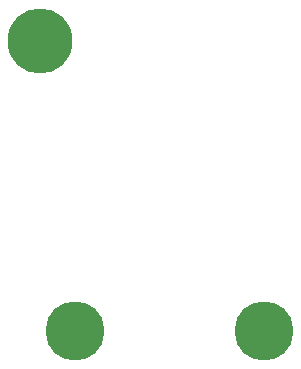
<source format=gtl>
%TF.GenerationSoftware,KiCad,Pcbnew,(6.0.1)*%
%TF.CreationDate,2022-10-12T15:42:49-04:00*%
%TF.ProjectId,SYNTH-VCO_PANEL-03,53594e54-482d-4564-934f-5f50414e454c,1*%
%TF.SameCoordinates,Original*%
%TF.FileFunction,Copper,L1,Top*%
%TF.FilePolarity,Positive*%
%FSLAX46Y46*%
G04 Gerber Fmt 4.6, Leading zero omitted, Abs format (unit mm)*
G04 Created by KiCad (PCBNEW (6.0.1)) date 2022-10-12 15:42:49*
%MOMM*%
%LPD*%
G01*
G04 APERTURE LIST*
%TA.AperFunction,WasherPad*%
%ADD10C,5.000000*%
%TD*%
%TA.AperFunction,WasherPad*%
%ADD11C,5.500000*%
%TD*%
%TA.AperFunction,ViaPad*%
%ADD12C,0.800000*%
%TD*%
G04 APERTURE END LIST*
D10*
%TO.P,,*%
%TO.N,*%
X191154000Y-150600000D03*
%TD*%
%TO.P,,*%
%TO.N,*%
X175154000Y-150600000D03*
%TD*%
D11*
%TO.P,,*%
%TO.N,*%
X172154000Y-126100000D03*
%TD*%
D12*
%TO.N,*%
X175154000Y-150600000D03*
%TD*%
M02*

</source>
